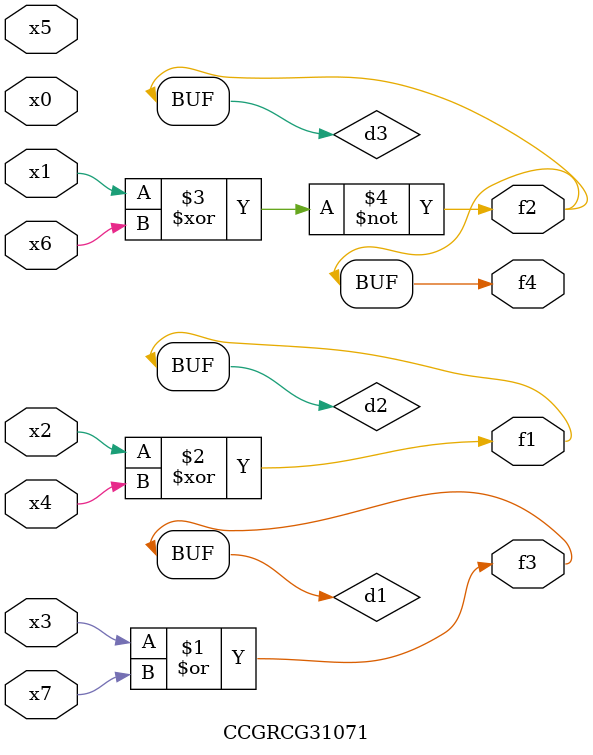
<source format=v>
module CCGRCG31071(
	input x0, x1, x2, x3, x4, x5, x6, x7,
	output f1, f2, f3, f4
);

	wire d1, d2, d3;

	or (d1, x3, x7);
	xor (d2, x2, x4);
	xnor (d3, x1, x6);
	assign f1 = d2;
	assign f2 = d3;
	assign f3 = d1;
	assign f4 = d3;
endmodule

</source>
